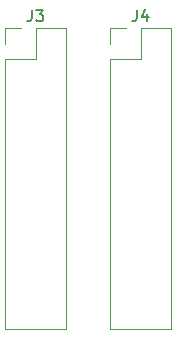
<source format=gbr>
%TF.GenerationSoftware,KiCad,Pcbnew,8.0.8*%
%TF.CreationDate,2025-01-18T10:05:32+01:00*%
%TF.ProjectId,RP2040-LCD-1_28,52503230-3430-42d4-9c43-442d312c3238,rev?*%
%TF.SameCoordinates,Original*%
%TF.FileFunction,Legend,Top*%
%TF.FilePolarity,Positive*%
%FSLAX46Y46*%
G04 Gerber Fmt 4.6, Leading zero omitted, Abs format (unit mm)*
G04 Created by KiCad (PCBNEW 8.0.8) date 2025-01-18 10:05:32*
%MOMM*%
%LPD*%
G01*
G04 APERTURE LIST*
%ADD10C,0.150000*%
%ADD11C,0.120000*%
G04 APERTURE END LIST*
D10*
X157909466Y-76797019D02*
X157909466Y-77511304D01*
X157909466Y-77511304D02*
X157861847Y-77654161D01*
X157861847Y-77654161D02*
X157766609Y-77749400D01*
X157766609Y-77749400D02*
X157623752Y-77797019D01*
X157623752Y-77797019D02*
X157528514Y-77797019D01*
X158814228Y-77130352D02*
X158814228Y-77797019D01*
X158576133Y-76749400D02*
X158338038Y-77463685D01*
X158338038Y-77463685D02*
X158957085Y-77463685D01*
X149019466Y-76797019D02*
X149019466Y-77511304D01*
X149019466Y-77511304D02*
X148971847Y-77654161D01*
X148971847Y-77654161D02*
X148876609Y-77749400D01*
X148876609Y-77749400D02*
X148733752Y-77797019D01*
X148733752Y-77797019D02*
X148638514Y-77797019D01*
X149400419Y-76797019D02*
X150019466Y-76797019D01*
X150019466Y-76797019D02*
X149686133Y-77177971D01*
X149686133Y-77177971D02*
X149828990Y-77177971D01*
X149828990Y-77177971D02*
X149924228Y-77225590D01*
X149924228Y-77225590D02*
X149971847Y-77273209D01*
X149971847Y-77273209D02*
X150019466Y-77368447D01*
X150019466Y-77368447D02*
X150019466Y-77606542D01*
X150019466Y-77606542D02*
X149971847Y-77701780D01*
X149971847Y-77701780D02*
X149924228Y-77749400D01*
X149924228Y-77749400D02*
X149828990Y-77797019D01*
X149828990Y-77797019D02*
X149543276Y-77797019D01*
X149543276Y-77797019D02*
X149448038Y-77749400D01*
X149448038Y-77749400D02*
X149400419Y-77701780D01*
D11*
%TO.C,J4*%
X160842800Y-78342200D02*
X160842800Y-103862200D01*
X158242800Y-80942200D02*
X158242800Y-78342200D01*
X158242800Y-78342200D02*
X160842800Y-78342200D01*
X155642800Y-103862200D02*
X160842800Y-103862200D01*
X155642800Y-80942200D02*
X158242800Y-80942200D01*
X155642800Y-80942200D02*
X155642800Y-103862200D01*
X155642800Y-79672200D02*
X155642800Y-78342200D01*
X155642800Y-78342200D02*
X156972800Y-78342200D01*
%TO.C,J3*%
X146752800Y-78342200D02*
X148082800Y-78342200D01*
X146752800Y-79672200D02*
X146752800Y-78342200D01*
X146752800Y-80942200D02*
X146752800Y-103862200D01*
X146752800Y-80942200D02*
X149352800Y-80942200D01*
X146752800Y-103862200D02*
X151952800Y-103862200D01*
X149352800Y-78342200D02*
X151952800Y-78342200D01*
X149352800Y-80942200D02*
X149352800Y-78342200D01*
X151952800Y-78342200D02*
X151952800Y-103862200D01*
%TD*%
M02*

</source>
